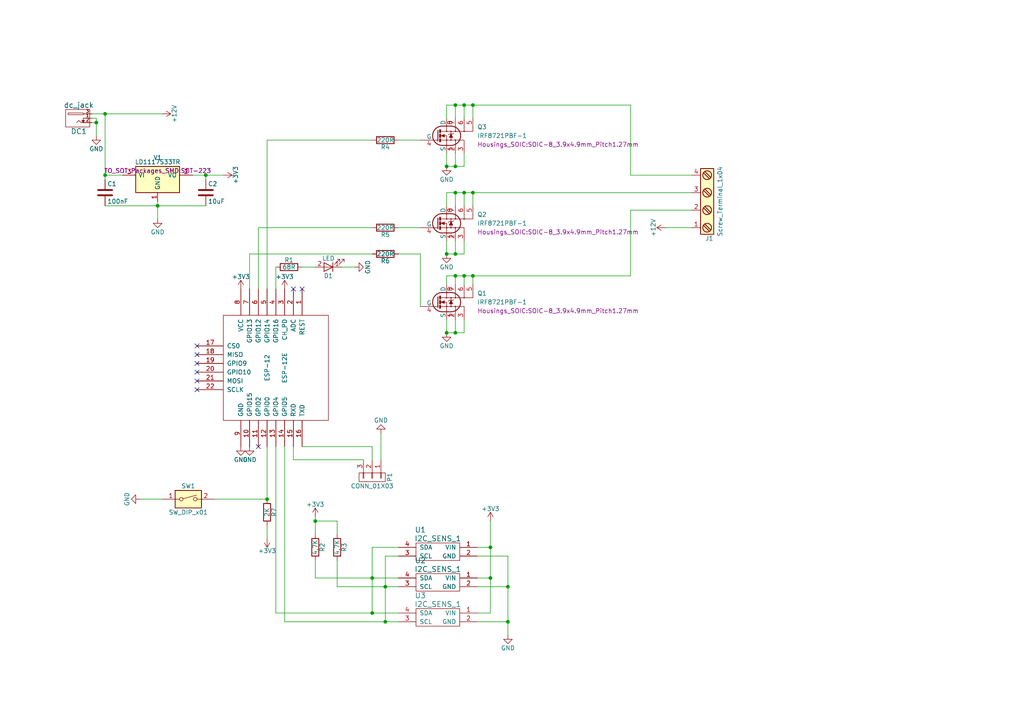
<source format=kicad_sch>
(kicad_sch (version 20211123) (generator eeschema)
  (paper "A4")
  (lib_symbols
    (symbol "ESP8266:ESP-12E" (pin_names (offset 1.016))
      (property "Reference" "U" (at 0 -2.54 0))
      (property "Value" "ESP-12E" (at 0 2.54 0))
      (symbol "ESP-12E_1_0"
        (rectangle (start -15.24 -15.24) (end 15.24 15.24))
      )
      (symbol "ESP-12E_1_1"
        (pin input line (at -22.86 7.62 0) (length 7.62) (name "REST") (number "1"))
        (pin bidirectional line (at 22.86 -7.62 180) (length 7.62) (name "GPIO15") (number "10"))
        (pin bidirectional line (at 22.86 -5.08 180) (length 7.62) (name "GPIO2") (number "11"))
        (pin bidirectional line (at 22.86 -2.54 180) (length 7.62) (name "GPIO0") (number "12"))
        (pin bidirectional line (at 22.86 0 180) (length 7.62) (name "GPIO4") (number "13"))
        (pin bidirectional line (at 22.86 2.54 180) (length 7.62) (name "GPIO5") (number "14"))
        (pin input line (at 22.86 5.08 180) (length 7.62) (name "RXD") (number "15"))
        (pin output line (at 22.86 7.62 180) (length 7.62) (name "TXD") (number "16"))
        (pin bidirectional line (at -6.35 -22.86 90) (length 7.62) (name "CS0") (number "17"))
        (pin bidirectional line (at -3.81 -22.86 90) (length 7.62) (name "MISO") (number "18"))
        (pin bidirectional line (at -1.27 -22.86 90) (length 7.62) (name "GPIO9") (number "19"))
        (pin passive line (at -22.86 5.08 0) (length 7.62) (name "ADC") (number "2"))
        (pin bidirectional line (at 1.27 -22.86 90) (length 7.62) (name "GPIO10") (number "20"))
        (pin bidirectional line (at 3.81 -22.86 90) (length 7.62) (name "MOSI") (number "21"))
        (pin bidirectional line (at 6.35 -22.86 90) (length 7.62) (name "SCLK") (number "22"))
        (pin input line (at -22.86 2.54 0) (length 7.62) (name "CH_PD") (number "3"))
        (pin bidirectional line (at -22.86 0 0) (length 7.62) (name "GPIO16") (number "4"))
        (pin bidirectional line (at -22.86 -2.54 0) (length 7.62) (name "GPIO14") (number "5"))
        (pin bidirectional line (at -22.86 -5.08 0) (length 7.62) (name "GPIO12") (number "6"))
        (pin bidirectional line (at -22.86 -7.62 0) (length 7.62) (name "GPIO13") (number "7"))
        (pin power_in line (at -22.86 -10.16 0) (length 7.62) (name "VCC") (number "8"))
        (pin power_in line (at 22.86 -10.16 180) (length 7.62) (name "GND") (number "9"))
      )
    )
    (symbol "anavi-light-controller-rescue:+12V" (power) (pin_names (offset 0))
      (property "Value" "+12V" (at 0 3.556 0))
      (symbol "+12V_0_1"
        (polyline (pts (xy -0.762 1.27) (xy 0 2.54)))
        (polyline (pts (xy 0 0) (xy 0 2.54)))
        (polyline (pts (xy 0 2.54) (xy 0.762 1.27)))
      )
      (symbol "+12V_1_1"
        (pin power_in line (at 0 0 90) (length 0) hide (name "+12V") (number "1"))
      )
    )
    (symbol "anavi-light-controller-rescue:+3.3V" (power) (pin_names (offset 0))
      (property "Value" "+3.3V" (at 0 3.556 0))
      (symbol "+3.3V_0_1"
        (polyline (pts (xy -0.762 1.27) (xy 0 2.54)))
        (polyline (pts (xy 0 0) (xy 0 2.54)))
        (polyline (pts (xy 0 2.54) (xy 0.762 1.27)))
      )
      (symbol "+3.3V_1_1"
        (pin power_in line (at 0 0 90) (length 0) hide (name "+3V3") (number "1"))
      )
    )
    (symbol "anavi-light-controller-rescue:C" (pin_numbers hide) (pin_names (offset 0.254))
      (property "Reference" "C" (at 0.635 2.54 0))
      (property "Value" "C" (at 0.635 -2.54 0))
      (symbol "C_0_1"
        (polyline (pts (xy -2.032 -0.762) (xy 2.032 -0.762)) (stroke (width 0.508)))
        (polyline (pts (xy -2.032 0.762) (xy 2.032 0.762)) (stroke (width 0.508)))
      )
      (symbol "C_1_1"
        (pin passive line (at 0 3.81 270) (length 2.794) (name "~") (number "1"))
        (pin passive line (at 0 -3.81 90) (length 2.794) (name "~") (number "2"))
      )
    )
    (symbol "anavi-light-controller-rescue:CONN_01X03" (pin_names (offset 1.016) hide)
      (property "Reference" "J" (at 0 5.08 0))
      (property "Value" "CONN_01X03" (at 2.54 0 90))
      (symbol "CONN_01X03_0_1"
        (rectangle (start -1.27 -2.413) (end 0.254 -2.667))
        (rectangle (start -1.27 0.127) (end 0.254 -0.127))
        (rectangle (start -1.27 2.667) (end 0.254 2.413))
        (rectangle (start -1.27 3.81) (end 1.27 -3.81))
      )
      (symbol "CONN_01X03_1_1"
        (pin passive line (at -5.08 2.54 0) (length 3.81) (name "P1") (number "1"))
        (pin passive line (at -5.08 0 0) (length 3.81) (name "P2") (number "2"))
        (pin passive line (at -5.08 -2.54 0) (length 3.81) (name "P3") (number "3"))
      )
    )
    (symbol "anavi-light-controller-rescue:GND" (power) (pin_names (offset 0))
      (property "Value" "GND" (at 0 -3.81 0))
      (symbol "GND_0_1"
        (polyline (pts (xy 0 0) (xy 0 -1.27) (xy 1.27 -1.27) (xy 0 -2.54) (xy -1.27 -1.27) (xy 0 -1.27)))
      )
      (symbol "GND_1_1"
        (pin power_in line (at 0 0 270) (length 0) hide (name "GND") (number "1"))
      )
    )
    (symbol "anavi-light-controller-rescue:IRF8721PBF-1" (pin_names (offset 0))
      (property "Reference" "Q" (at 8.89 2.54 0))
      (property "Value" "IRF8721PBF-1" (at 8.89 0 0))
      (symbol "IRF8721PBF-1_0_1"
        (arc (start -1.27 2.794) (mid -4.064 0) (end -1.27 -2.794) (stroke (width 0.254)))
        (circle (center 0 -1.27) (radius 0.127))
        (polyline (pts (xy -1.905 -1.016) (xy -1.905 -1.651)) (stroke (width 0.508)))
        (polyline (pts (xy -1.905 0.381) (xy -1.905 -0.381)) (stroke (width 0.508)))
        (polyline (pts (xy -1.905 1.651) (xy -1.905 1.016)) (stroke (width 0.508)))
        (polyline (pts (xy -1.27 -2.794) (xy 1.27 -2.794)) (stroke (width 0.254)))
        (polyline (pts (xy -1.27 2.794) (xy 1.27 2.794)) (stroke (width 0.254)))
        (polyline (pts (xy 0 -2.54) (xy 0 -1.27)))
        (polyline (pts (xy 1.27 1.27) (xy 1.27 -1.27)))
        (polyline (pts (xy 2.54 -2.54) (xy 2.54 -1.27)))
        (polyline (pts (xy 2.54 1.27) (xy 2.54 2.54)))
        (polyline (pts (xy 5.08 1.27) (xy 5.08 2.54)))
        (polyline (pts (xy -2.54 1.524) (xy -2.54 -1.524) (xy -2.54 -1.524)) (stroke (width 0.254)))
        (polyline (pts (xy -1.905 -1.27) (xy 5.08 -1.27) (xy 5.08 -2.54)))
        (polyline (pts (xy -1.27 0) (xy 0 0) (xy 0 -1.27)))
        (polyline (pts (xy 0 1.27) (xy 7.62 1.27) (xy 7.62 2.54)))
        (polyline (pts (xy -1.778 1.27) (xy 0 1.27) (xy 0 2.54) (xy 0 2.54)))
        (polyline (pts (xy 0.508 0.254) (xy 0.762 0.508) (xy 1.778 0.508) (xy 2.032 0.762)))
        (circle (center 0 1.27) (radius 0.127))
        (arc (start 1.27 -2.794) (mid 4.064 0) (end 1.27 2.794) (stroke (width 0.254)))
        (circle (center 1.27 -1.27) (radius 0.127))
        (circle (center 1.27 1.27) (radius 0.127))
        (circle (center 2.54 -1.27) (radius 0.127))
        (circle (center 2.54 1.27) (radius 0.127))
        (circle (center 5.08 1.27) (radius 0.127))
      )
      (symbol "IRF8721PBF-1_1_1"
        (polyline (pts (xy 1.27 0.508) (xy 0.762 -0.508) (xy 1.778 -0.508) (xy 1.27 0.508)) (fill (type outline)))
        (polyline (pts (xy -1.651 0) (xy -0.635 0.381) (xy -0.635 -0.381) (xy -1.651 0) (xy -1.524 0) (xy -1.524 0)) (fill (type outline)))
        (pin passive line (at 0 -5.08 90) (length 2.54) (name "S") (number "1"))
        (pin passive line (at 2.54 -5.08 90) (length 2.54) (name "~") (number "2"))
        (pin passive line (at 5.08 -5.08 90) (length 2.54) (name "~") (number "3"))
        (pin input line (at -7.62 -1.27 0) (length 5.08) (name "G") (number "4"))
        (pin passive line (at 7.62 5.08 270) (length 2.54) (name "~") (number "5"))
        (pin passive line (at 5.08 5.08 270) (length 2.54) (name "~") (number "6"))
        (pin passive line (at 2.54 5.08 270) (length 2.54) (name "~") (number "7"))
        (pin passive line (at 0 5.08 270) (length 2.54) (name "D") (number "8"))
      )
    )
    (symbol "anavi-light-controller-rescue:LD1117S33TR" (pin_names (offset 0.762))
      (property "Reference" "U" (at 0 6.35 0))
      (property "Value" "LD1117S33TR" (at 0 5.08 0))
      (symbol "LD1117S33TR_0_1"
        (rectangle (start -6.35 -3.81) (end 6.35 3.81) (stroke (width 0.254)) (fill (type background)))
      )
      (symbol "LD1117S33TR_1_1"
        (pin power_in line (at 0 -6.35 90) (length 2.54) (name "GND") (number "1"))
        (pin power_out line (at 10.16 1.27 180) (length 3.81) (name "VO") (number "2"))
        (pin power_in line (at -10.16 1.27 0) (length 3.81) (name "VI") (number "3"))
      )
    )
    (symbol "anavi-light-controller-rescue:LED" (pin_names (offset 1.016) hide)
      (property "Reference" "D" (at 0 2.54 0))
      (property "Value" "LED" (at 0 -2.54 0))
      (symbol "LED_0_1"
        (polyline (pts (xy -1.27 -1.27) (xy -1.27 1.27)) (stroke (width 0.2032)))
        (polyline (pts (xy -1.27 0) (xy 1.27 0)))
        (polyline (pts (xy 1.27 -1.27) (xy 1.27 1.27) (xy -1.27 0) (xy 1.27 -1.27)) (stroke (width 0.2032)))
        (polyline (pts (xy -3.048 -0.762) (xy -4.572 -2.286) (xy -3.81 -2.286) (xy -4.572 -2.286) (xy -4.572 -1.524)))
        (polyline (pts (xy -1.778 -0.762) (xy -3.302 -2.286) (xy -2.54 -2.286) (xy -3.302 -2.286) (xy -3.302 -1.524)))
      )
      (symbol "LED_1_1"
        (pin passive line (at -3.81 0 0) (length 2.54) (name "K") (number "1"))
        (pin passive line (at 3.81 0 180) (length 2.54) (name "A") (number "2"))
      )
    )
    (symbol "anavi-light-controller-rescue:R" (pin_numbers hide) (pin_names (offset 0))
      (property "Reference" "R" (at 2.032 0 90))
      (property "Value" "R" (at 0 0 90))
      (symbol "R_0_1"
        (rectangle (start -1.016 -2.54) (end 1.016 2.54) (stroke (width 0.254)))
      )
      (symbol "R_1_1"
        (pin passive line (at 0 3.81 270) (length 1.27) (name "~") (number "1"))
        (pin passive line (at 0 -3.81 90) (length 1.27) (name "~") (number "2"))
      )
    )
    (symbol "anavi-light-controller-rescue:SW_DIP_x01" (pin_names (offset 0) hide)
      (property "Reference" "SW" (at 0 3.81 0))
      (property "Value" "SW_DIP_x01" (at 0 -3.81 0))
      (symbol "SW_DIP_x01_0_0"
        (circle (center -2.032 0) (radius 0.508))
        (polyline (pts (xy -1.524 0.127) (xy 2.3622 1.1684)))
        (circle (center 2.032 0) (radius 0.508))
      )
      (symbol "SW_DIP_x01_0_1"
        (rectangle (start -3.81 2.54) (end 3.81 -2.54) (stroke (width 0.254)) (fill (type background)))
      )
      (symbol "SW_DIP_x01_1_1"
        (pin input line (at -7.62 0 0) (length 5.08) (name "~") (number "1"))
        (pin input line (at 7.62 0 180) (length 5.08) (name "~") (number "2"))
      )
    )
    (symbol "anavi-light-controller-rescue:Screw_Terminal_1x04" (pin_names (offset 0.762) hide)
      (property "Reference" "J" (at 0 11.43 0))
      (property "Value" "Screw_Terminal_1x04" (at -3.81 0 90))
      (symbol "Screw_Terminal_1x04_0_1"
        (rectangle (start -1.27 -9.525) (end 2.54 9.525) (stroke (width 0.254)) (fill (type background)))
        (polyline (pts (xy -0.381 -6.985) (xy 1.27 -8.636)) (stroke (width 0.254)))
        (polyline (pts (xy -0.381 3.175) (xy 1.27 1.524)) (stroke (width 0.254)))
        (polyline (pts (xy 0 -1.524) (xy 1.651 -3.175)) (stroke (width 0.254)))
        (polyline (pts (xy 0 8.636) (xy 1.651 6.985)) (stroke (width 0.254)))
        (polyline (pts (xy 1.27 -3.556) (xy -0.381 -1.905)) (stroke (width 0.254)))
        (polyline (pts (xy 1.27 6.604) (xy -0.381 8.255)) (stroke (width 0.254)))
        (polyline (pts (xy 1.651 -8.255) (xy 0 -6.604)) (stroke (width 0.254)))
        (polyline (pts (xy 1.651 1.905) (xy 0 3.556)) (stroke (width 0.254)))
        (circle (center 0.635 -7.62) (radius 1.27) (stroke (width 0.254)))
        (circle (center 0.635 -2.54) (radius 1.27) (stroke (width 0.254)))
        (circle (center 0.635 2.54) (radius 1.27) (stroke (width 0.254)))
        (circle (center 0.635 7.62) (radius 1.27) (stroke (width 0.254)))
      )
      (symbol "Screw_Terminal_1x04_1_1"
        (pin passive line (at 5.08 7.62 180) (length 2.54) (name "~") (number "1"))
        (pin passive line (at 5.08 2.54 180) (length 2.54) (name "~") (number "2"))
        (pin passive line (at 5.08 -2.54 180) (length 2.54) (name "~") (number "3"))
        (pin passive line (at 5.08 -7.62 180) (length 2.54) (name "~") (number "4"))
      )
    )
    (symbol "mylibrary:I2C_SENS_1" (pin_names (offset 1.016))
      (property "Reference" "U" (at 1.27 2.54 0))
      (property "Value" "I2C_SENS_1" (at 6.35 0 0))
      (symbol "I2C_SENS_1_0_1"
        (rectangle (start 0 -1.27) (end 12.7 -6.35))
      )
      (symbol "I2C_SENS_1_1_1"
        (pin input line (at 17.78 -2.54 180) (length 5.08) (name "VIN") (number "1"))
        (pin input line (at 17.78 -5.08 180) (length 5.08) (name "GND") (number "2"))
        (pin input line (at -5.08 -5.08 0) (length 5.08) (name "SCL") (number "3"))
        (pin input line (at -5.08 -2.54 0) (length 5.08) (name "SDA") (number "4"))
      )
    )
    (symbol "w_connectors:dc_jack" (pin_names (offset 0) hide)
      (property "Reference" "J" (at 0 3.81 0))
      (property "Value" "dc_jack" (at 0 -3.81 0))
      (symbol "dc_jack_0_1"
        (rectangle (start -3.175 2.54) (end 3.81 -2.54))
        (polyline (pts (xy -1.27 0) (xy -1.27 0.635)))
        (polyline (pts (xy -1.27 1.27) (xy -1.651 0.635) (xy -0.889 0.635) (xy -1.27 1.27)) (fill (type outline)))
        (polyline (pts (xy -1.27 1.27) (xy -0.635 1.27) (xy 0 0.635) (xy 0.635 1.27)))
        (polyline (pts (xy 2.921 -1.016) (xy -1.27 -1.016) (xy -1.27 -1.524) (xy 2.921 -1.524)))
        (arc (start 2.921 -1.524) (mid 3.175 -1.27) (end 2.921 -1.016))
      )
      (symbol "dc_jack_1_1"
        (pin passive line (at -3.81 0 0) (length 2.54) (name "1") (number "1"))
        (pin passive line (at -3.81 1.27 0) (length 2.54) (name "2") (number "2"))
        (pin passive line (at -3.81 -1.27 0) (length 2.54) (name "3") (number "3"))
      )
    )
  )
  (junction (at 132.08 48.26))
  (junction (at 137.16 30.48))
  (junction (at 132.08 30.48))
  (junction (at 132.08 96.52))
  (junction (at 111.76 180.34))
  (junction (at 137.16 80.01))
  (junction (at 134.62 55.88))
  (junction (at 134.62 80.01))
  (junction (at 142.24 158.75))
  (junction (at 132.08 73.66))
  (junction (at 137.16 55.88))
  (junction (at 77.47 144.78))
  (junction (at 30.48 33.02))
  (junction (at 59.69 50.8))
  (junction (at 107.95 177.8))
  (junction (at 142.24 167.64))
  (junction (at 132.08 55.88))
  (junction (at 129.54 48.26))
  (junction (at 132.08 80.01))
  (junction (at 111.76 170.18))
  (junction (at 129.54 96.52))
  (junction (at 147.32 180.34))
  (junction (at 107.95 167.64))
  (junction (at 27.94 35.56))
  (junction (at 45.72 59.69))
  (junction (at 147.32 170.18))
  (junction (at 91.44 151.13))
  (junction (at 129.54 73.66))
  (junction (at 30.48 50.8))
  (junction (at 134.62 30.48))
  (no_connect (at 87.63 83.82))
  (no_connect (at 74.93 129.54))
  (no_connect (at 57.15 102.87))
  (no_connect (at 57.15 107.95))
  (no_connect (at 57.15 110.49))
  (no_connect (at 57.15 105.41))
  (no_connect (at 57.15 113.03))
  (no_connect (at 85.09 83.82))
  (no_connect (at 57.15 100.33))
  (wire (pts (xy 30.48 50.8) (xy 30.48 52.07)))
  (wire (pts (xy 138.43 161.29) (xy 147.32 161.29)))
  (wire (pts (xy 132.08 92.71) (xy 132.08 96.52)))
  (wire (pts (xy 129.54 73.66) (xy 129.54 69.85)))
  (wire (pts (xy 132.08 48.26) (xy 134.62 48.26)))
  (wire (pts (xy 97.79 170.18) (xy 111.76 170.18)))
  (wire (pts (xy 132.08 44.45) (xy 132.08 48.26)))
  (wire (pts (xy 115.57 73.66) (xy 121.92 73.66)))
  (wire (pts (xy 134.62 59.69) (xy 134.62 55.88)))
  (wire (pts (xy 30.48 33.02) (xy 46.99 33.02)))
  (wire (pts (xy 134.62 73.66) (xy 134.62 69.85)))
  (wire (pts (xy 182.88 80.01) (xy 182.88 60.96)))
  (wire (pts (xy 59.69 52.07) (xy 59.69 50.8)))
  (wire (pts (xy 132.08 82.55) (xy 132.08 80.01)))
  (wire (pts (xy 111.76 180.34) (xy 115.57 180.34)))
  (wire (pts (xy 132.08 34.29) (xy 132.08 30.48)))
  (wire (pts (xy 74.93 66.04) (xy 107.95 66.04)))
  (wire (pts (xy 147.32 180.34) (xy 138.43 180.34)))
  (wire (pts (xy 26.67 34.29) (xy 27.94 34.29)))
  (wire (pts (xy 40.64 144.78) (xy 46.99 144.78)))
  (wire (pts (xy 129.54 82.55) (xy 129.54 80.01)))
  (wire (pts (xy 138.43 170.18) (xy 147.32 170.18)))
  (wire (pts (xy 82.55 180.34) (xy 111.76 180.34)))
  (wire (pts (xy 111.76 161.29) (xy 115.57 161.29)))
  (wire (pts (xy 30.48 33.02) (xy 30.48 50.8)))
  (wire (pts (xy 142.24 158.75) (xy 142.24 167.64)))
  (wire (pts (xy 129.54 55.88) (xy 129.54 59.69)))
  (wire (pts (xy 137.16 59.69) (xy 137.16 55.88)))
  (wire (pts (xy 137.16 30.48) (xy 182.88 30.48)))
  (wire (pts (xy 91.44 167.64) (xy 107.95 167.64)))
  (wire (pts (xy 129.54 48.26) (xy 129.54 44.45)))
  (wire (pts (xy 85.09 133.35) (xy 105.41 133.35)))
  (wire (pts (xy 107.95 158.75) (xy 115.57 158.75)))
  (wire (pts (xy 59.69 50.8) (xy 64.77 50.8)))
  (wire (pts (xy 142.24 167.64) (xy 142.24 177.8)))
  (wire (pts (xy 97.79 151.13) (xy 97.79 154.94)))
  (wire (pts (xy 137.16 55.88) (xy 200.66 55.88)))
  (wire (pts (xy 132.08 96.52) (xy 134.62 96.52)))
  (wire (pts (xy 147.32 180.34) (xy 147.32 184.15)))
  (wire (pts (xy 27.94 34.29) (xy 27.94 35.56)))
  (wire (pts (xy 132.08 55.88) (xy 134.62 55.88)))
  (wire (pts (xy 27.94 35.56) (xy 27.94 39.37)))
  (wire (pts (xy 62.23 144.78) (xy 77.47 144.78)))
  (wire (pts (xy 82.55 129.54) (xy 82.55 180.34)))
  (wire (pts (xy 91.44 151.13) (xy 97.79 151.13)))
  (wire (pts (xy 77.47 152.4) (xy 77.47 156.21)))
  (wire (pts (xy 121.92 73.66) (xy 121.92 88.9)))
  (wire (pts (xy 182.88 60.96) (xy 200.66 60.96)))
  (wire (pts (xy 134.62 55.88) (xy 137.16 55.88)))
  (wire (pts (xy 91.44 151.13) (xy 91.44 154.94)))
  (wire (pts (xy 147.32 170.18) (xy 147.32 180.34)))
  (wire (pts (xy 134.62 34.29) (xy 134.62 30.48)))
  (wire (pts (xy 45.72 59.69) (xy 59.69 59.69)))
  (wire (pts (xy 107.95 167.64) (xy 115.57 167.64)))
  (wire (pts (xy 72.39 73.66) (xy 107.95 73.66)))
  (wire (pts (xy 80.01 83.82) (xy 80.01 77.47)))
  (wire (pts (xy 115.57 40.64) (xy 121.92 40.64)))
  (wire (pts (xy 30.48 59.69) (xy 45.72 59.69)))
  (wire (pts (xy 91.44 167.64) (xy 91.44 162.56)))
  (wire (pts (xy 80.01 177.8) (xy 107.95 177.8)))
  (wire (pts (xy 77.47 40.64) (xy 107.95 40.64)))
  (wire (pts (xy 35.56 50.8) (xy 30.48 50.8)))
  (wire (pts (xy 129.54 92.71) (xy 129.54 96.52)))
  (wire (pts (xy 134.62 80.01) (xy 137.16 80.01)))
  (wire (pts (xy 142.24 167.64) (xy 138.43 167.64)))
  (wire (pts (xy 97.79 162.56) (xy 97.79 170.18)))
  (wire (pts (xy 142.24 151.13) (xy 142.24 158.75)))
  (wire (pts (xy 26.67 35.56) (xy 27.94 35.56)))
  (wire (pts (xy 129.54 80.01) (xy 132.08 80.01)))
  (wire (pts (xy 111.76 170.18) (xy 111.76 180.34)))
  (wire (pts (xy 26.67 33.02) (xy 30.48 33.02)))
  (wire (pts (xy 182.88 30.48) (xy 182.88 50.8)))
  (wire (pts (xy 129.54 73.66) (xy 132.08 73.66)))
  (wire (pts (xy 129.54 34.29) (xy 129.54 30.48)))
  (wire (pts (xy 142.24 158.75) (xy 138.43 158.75)))
  (wire (pts (xy 77.47 83.82) (xy 77.47 40.64)))
  (wire (pts (xy 107.95 158.75) (xy 107.95 167.64)))
  (wire (pts (xy 132.08 59.69) (xy 132.08 55.88)))
  (wire (pts (xy 132.08 30.48) (xy 134.62 30.48)))
  (wire (pts (xy 137.16 80.01) (xy 182.88 80.01)))
  (wire (pts (xy 132.08 73.66) (xy 134.62 73.66)))
  (wire (pts (xy 87.63 129.54) (xy 107.95 129.54)))
  (wire (pts (xy 129.54 55.88) (xy 132.08 55.88)))
  (wire (pts (xy 55.88 50.8) (xy 59.69 50.8)))
  (wire (pts (xy 110.49 133.35) (xy 110.49 125.73)))
  (wire (pts (xy 107.95 177.8) (xy 115.57 177.8)))
  (wire (pts (xy 142.24 177.8) (xy 138.43 177.8)))
  (wire (pts (xy 193.04 66.04) (xy 200.66 66.04)))
  (wire (pts (xy 134.62 48.26) (xy 134.62 44.45)))
  (wire (pts (xy 107.95 167.64) (xy 107.95 177.8)))
  (wire (pts (xy 137.16 82.55) (xy 137.16 80.01)))
  (wire (pts (xy 129.54 48.26) (xy 132.08 48.26)))
  (wire (pts (xy 99.06 77.47) (xy 102.87 77.47)))
  (wire (pts (xy 85.09 129.54) (xy 85.09 133.35)))
  (wire (pts (xy 182.88 50.8) (xy 200.66 50.8)))
  (wire (pts (xy 129.54 96.52) (xy 132.08 96.52)))
  (wire (pts (xy 91.44 149.86) (xy 91.44 151.13)))
  (wire (pts (xy 132.08 80.01) (xy 134.62 80.01)))
  (wire (pts (xy 80.01 129.54) (xy 80.01 177.8)))
  (wire (pts (xy 111.76 170.18) (xy 115.57 170.18)))
  (wire (pts (xy 115.57 66.04) (xy 121.92 66.04)))
  (wire (pts (xy 111.76 161.29) (xy 111.76 170.18)))
  (wire (pts (xy 107.95 129.54) (xy 107.95 133.35)))
  (wire (pts (xy 74.93 83.82) (xy 74.93 66.04)))
  (wire (pts (xy 72.39 83.82) (xy 72.39 73.66)))
  (wire (pts (xy 134.62 30.48) (xy 137.16 30.48)))
  (wire (pts (xy 77.47 144.78) (xy 77.47 129.54)))
  (wire (pts (xy 134.62 96.52) (xy 134.62 92.71)))
  (wire (pts (xy 45.72 58.42) (xy 45.72 59.69)))
  (wire (pts (xy 147.32 161.29) (xy 147.32 170.18)))
  (wire (pts (xy 132.08 69.85) (xy 132.08 73.66)))
  (wire (pts (xy 45.72 59.69) (xy 45.72 63.5)))
  (wire (pts (xy 87.63 77.47) (xy 91.44 77.47)))
  (wire (pts (xy 134.62 82.55) (xy 134.62 80.01)))
  (wire (pts (xy 137.16 34.29) (xy 137.16 30.48)))
  (wire (pts (xy 129.54 30.48) (xy 132.08 30.48)))
  (symbol (lib_id "ESP8266:ESP-12E") (at 80.01 106.68 270) (unit 1)
    (property "Reference" "ESP-12" (at 77.47 106.68 0))
    (property "Value" "ESP-12E" (at 82.55 106.68 0))
    (property "Footprint" "ESP8266:ESP-12E_SMD" (effects hide))
  )
  (symbol (lib_id "anavi-light-controller-rescue:Screw_Terminal_1x04") (at 205.74 58.42 180) (unit 1)
    (property "Reference" "J1" (at 205.74 69.85 0) (effects (justify top)))
    (property "Value" "Screw_Terminal_1x04" (at 209.55 58.42 90) (effects (justify top)))
    (property "Footprint" "Terminal_Blocks:TerminalBlock_Pheonix_MKDS1.5-4pol" (effects hide))
  )
  (symbol (lib_id "anavi-light-controller-rescue:CONN_01X03") (at 107.95 138.43 270) (unit 1)
    (property "Reference" "P1" (at 113.03 138.43 0))
    (property "Value" "CONN_01X03" (at 107.95 140.97 90))
    (property "Footprint" "Pin_Headers:Pin_Header_Straight_1x03" (effects hide))
  )
  (symbol (lib_id "anavi-light-controller-rescue:LED") (at 95.25 77.47 180) (unit 1)
    (property "Reference" "D1" (at 95.25 80.01 0))
    (property "Value" "LED" (at 95.25 74.93 0))
    (property "Footprint" "LEDs:LED_1206" (effects hide))
  )
  (symbol (lib_id "mylibrary:I2C_SENS_1") (at 120.65 156.21 0) (unit 1)
    (property "Reference" "U1" (at 121.92 153.67 0) (effects (font (size 1.524 1.524))))
    (property "Value" "I2C_SENS_1" (at 127 156.21 0) (effects (font (size 1.524 1.524))))
    (property "Footprint" "Pin_Headers:Pin_Header_Straight_1x04" (effects hide))
  )
  (symbol (lib_id "mylibrary:I2C_SENS_1") (at 120.65 165.1 0) (unit 1)
    (property "Reference" "U2" (at 121.92 162.56 0) (effects (font (size 1.524 1.524))))
    (property "Value" "I2C_SENS_1" (at 127 165.1 0) (effects (font (size 1.524 1.524))))
    (property "Footprint" "Pin_Headers:Pin_Header_Straight_1x04" (effects hide))
  )
  (symbol (lib_id "mylibrary:I2C_SENS_1") (at 120.65 175.26 0) (unit 1)
    (property "Reference" "U3" (at 121.92 172.72 0) (effects (font (size 1.524 1.524))))
    (property "Value" "I2C_SENS_1" (at 127 175.26 0) (effects (font (size 1.524 1.524))))
    (property "Footprint" "Pin_Headers:Pin_Header_Straight_1x04" (effects hide))
  )
  (symbol (lib_id "anavi-light-controller-rescue:GND") (at 147.32 184.15 0) (unit 1)
    (property "Reference" "#PWR01" (effects hide))
    (property "Value" "GND" (at 147.32 187.96 0))
  )
  (symbol (lib_id "anavi-light-controller-rescue:+3.3V") (at 142.24 151.13 0) (unit 1)
    (property "Reference" "#PWR02" (effects hide))
    (property "Value" "+3.3V" (at 142.24 147.574 0))
  )
  (symbol (lib_id "anavi-light-controller-rescue:R") (at 91.44 158.75 0) (unit 1)
    (property "Reference" "R2" (at 93.472 158.75 90))
    (property "Value" "4,7K" (at 91.44 158.75 90))
    (property "Footprint" "Resistors_SMD:R_0603_HandSoldering" (effects hide))
  )
  (symbol (lib_id "anavi-light-controller-rescue:R") (at 97.79 158.75 0) (unit 1)
    (property "Reference" "R3" (at 99.822 158.75 90))
    (property "Value" "4,7K" (at 97.79 158.75 90))
    (property "Footprint" "Resistors_SMD:R_0603_HandSoldering" (effects hide))
  )
  (symbol (lib_id "anavi-light-controller-rescue:R") (at 83.82 77.47 90) (unit 1)
    (property "Reference" "R1" (at 83.82 75.438 90))
    (property "Value" "68R" (at 83.82 77.47 90))
    (property "Footprint" "Resistors_SMD:R_0603_HandSoldering" (effects hide))
  )
  (symbol (lib_id "anavi-light-controller-rescue:IRF8721PBF-1") (at 129.54 39.37 0) (unit 1)
    (property "Reference" "Q3" (at 138.43 36.83 0) (effects (justify left)))
    (property "Value" "IRF8721PBF-1" (at 138.43 39.37 0) (effects (justify left)))
    (property "Footprint" "Housings_SOIC:SOIC-8_3.9x4.9mm_Pitch1.27mm" (at 138.43 41.91 0) (effects (justify left)))
  )
  (symbol (lib_id "anavi-light-controller-rescue:IRF8721PBF-1") (at 129.54 64.77 0) (unit 1)
    (property "Reference" "Q2" (at 138.43 62.23 0) (effects (justify left)))
    (property "Value" "IRF8721PBF-1" (at 138.43 64.77 0) (effects (justify left)))
    (property "Footprint" "Housings_SOIC:SOIC-8_3.9x4.9mm_Pitch1.27mm" (at 138.43 67.31 0) (effects (justify left)))
  )
  (symbol (lib_id "anavi-light-controller-rescue:IRF8721PBF-1") (at 129.54 87.63 0) (unit 1)
    (property "Reference" "Q1" (at 138.43 85.09 0) (effects (justify left)))
    (property "Value" "IRF8721PBF-1" (at 138.43 87.63 0) (effects (justify left)))
    (property "Footprint" "Housings_SOIC:SOIC-8_3.9x4.9mm_Pitch1.27mm" (at 138.43 90.17 0) (effects (justify left)))
  )
  (symbol (lib_id "w_connectors:dc_jack") (at 22.86 34.29 180) (unit 1)
    (property "Reference" "DC1" (at 22.86 38.1 0) (effects (font (size 1.524 1.524))))
    (property "Value" "dc_jack" (at 22.86 30.48 0) (effects (font (size 1.524 1.524))))
    (property "Footprint" "w_conn_misc:dc_socket" (effects hide))
  )
  (symbol (lib_id "anavi-light-controller-rescue:+3.3V") (at 69.85 83.82 0) (unit 1)
    (property "Reference" "#PWR03" (effects hide))
    (property "Value" "+3.3V" (at 69.85 80.264 0))
  )
  (symbol (lib_id "anavi-light-controller-rescue:+3.3V") (at 91.44 149.86 0) (unit 1)
    (property "Reference" "#PWR04" (effects hide))
    (property "Value" "+3.3V" (at 91.44 146.304 0))
  )
  (symbol (lib_id "anavi-light-controller-rescue:+12V") (at 46.99 33.02 270) (unit 1)
    (property "Reference" "#PWR016" (effects hide))
    (property "Value" "+12V" (at 50.546 33.02 0))
  )
  (symbol (lib_id "anavi-light-controller-rescue:GND") (at 102.87 77.47 90) (unit 1)
    (property "Reference" "#PWR05" (effects hide))
    (property "Value" "GND" (at 106.68 77.47 0))
  )
  (symbol (lib_id "anavi-light-controller-rescue:GND") (at 110.49 125.73 180) (unit 1)
    (property "Reference" "#PWR06" (effects hide))
    (property "Value" "GND" (at 110.49 121.92 0))
  )
  (symbol (lib_id "anavi-light-controller-rescue:+12V") (at 193.04 66.04 90) (unit 1)
    (property "Reference" "#PWR07" (effects hide))
    (property "Value" "+12V" (at 189.484 66.04 0))
  )
  (symbol (lib_id "anavi-light-controller-rescue:GND") (at 129.54 73.66 0) (unit 1)
    (property "Reference" "#PWR08" (effects hide))
    (property "Value" "GND" (at 129.54 77.47 0))
  )
  (symbol (lib_id "anavi-light-controller-rescue:GND") (at 129.54 48.26 0) (unit 1)
    (property "Reference" "#PWR09" (effects hide))
    (property "Value" "GND" (at 129.54 52.07 0))
  )
  (symbol (lib_id "anavi-light-controller-rescue:GND") (at 129.54 96.52 0) (unit 1)
    (property "Reference" "#PWR010" (effects hide))
    (property "Value" "GND" (at 129.54 100.33 0))
  )
  (symbol (lib_id "anavi-light-controller-rescue:GND") (at 69.85 129.54 0) (unit 1)
    (property "Reference" "#PWR011" (effects hide))
    (property "Value" "GND" (at 69.85 133.35 0))
  )
  (symbol (lib_id "anavi-light-controller-rescue:C") (at 30.48 55.88 0) (unit 1)
    (property "Reference" "C1" (at 31.115 53.34 0) (effects (justify left)))
    (property "Value" "100nF" (at 31.115 58.42 0) (effects (justify left)))
    (property "Footprint" "Capacitors_SMD:C_0603_HandSoldering" (effects hide))
  )
  (symbol (lib_id "anavi-light-controller-rescue:C") (at 59.69 55.88 0) (unit 1)
    (property "Reference" "C2" (at 60.325 53.34 0) (effects (justify left)))
    (property "Value" "10uF" (at 60.325 58.42 0) (effects (justify left)))
    (property "Footprint" "Capacitors_SMD:C_0805_HandSoldering" (effects hide))
  )
  (symbol (lib_id "anavi-light-controller-rescue:+3.3V") (at 64.77 50.8 270) (unit 1)
    (property "Reference" "#PWR012" (effects hide))
    (property "Value" "+3.3V" (at 68.326 50.8 0))
  )
  (symbol (lib_id "anavi-light-controller-rescue:GND") (at 45.72 63.5 0) (unit 1)
    (property "Reference" "#PWR013" (effects hide))
    (property "Value" "GND" (at 45.72 67.31 0))
  )
  (symbol (lib_id "anavi-light-controller-rescue:GND") (at 27.94 39.37 0) (unit 1)
    (property "Reference" "#PWR014" (effects hide))
    (property "Value" "GND" (at 27.94 43.18 0))
  )
  (symbol (lib_id "anavi-light-controller-rescue:GND") (at 40.64 144.78 270) (unit 1)
    (property "Reference" "#PWR015" (effects hide))
    (property "Value" "GND" (at 36.83 144.78 0))
  )
  (symbol (lib_id "anavi-light-controller-rescue:SW_DIP_x01") (at 54.61 144.78 0) (unit 1)
    (property "Reference" "SW1" (at 54.61 140.97 0))
    (property "Value" "SW_DIP_x01" (at 54.61 148.59 0))
    (property "Footprint" "Buttons_Switches_ThroughHole:SW_PUSH_6mm_h4.3mm" (effects hide))
  )
  (symbol (lib_id "anavi-light-controller-rescue:R") (at 111.76 40.64 270) (unit 1)
    (property "Reference" "R4" (at 111.76 42.672 90))
    (property "Value" "220R" (at 111.76 40.64 90))
    (property "Footprint" "Resistors_SMD:R_0603_HandSoldering" (effects hide))
  )
  (symbol (lib_id "anavi-light-controller-rescue:R") (at 111.76 66.04 270) (unit 1)
    (property "Reference" "R5" (at 111.76 68.072 90))
    (property "Value" "220R" (at 111.76 66.04 90))
    (property "Footprint" "Resistors_SMD:R_0603_HandSoldering" (effects hide))
  )
  (symbol (lib_id "anavi-light-controller-rescue:R") (at 111.76 73.66 270) (unit 1)
    (property "Reference" "R6" (at 111.76 75.692 90))
    (property "Value" "220R" (at 111.76 73.66 90))
    (property "Footprint" "Resistors_SMD:R_0603_HandSoldering" (effects hide))
  )
  (symbol (lib_id "anavi-light-controller-rescue:LD1117S33TR") (at 45.72 52.07 0) (unit 1)
    (property "Reference" "V1" (at 45.72 45.72 0))
    (property "Value" "LD1117S33TR" (at 45.72 46.99 0))
    (property "Footprint" "TO_SOT_Packages_SMD:SOT-223" (at 45.72 49.53 0))
  )
  (symbol (lib_id "anavi-light-controller-rescue:+3.3V") (at 82.55 83.82 0) (unit 1)
    (property "Reference" "#PWR017" (effects hide))
    (property "Value" "+3.3V" (at 82.55 80.264 0))
  )
  (symbol (lib_id "anavi-light-controller-rescue:GND") (at 72.39 129.54 0) (unit 1)
    (property "Reference" "#PWR018" (effects hide))
    (property "Value" "GND" (at 72.39 133.35 0))
  )
  (symbol (lib_id "anavi-light-controller-rescue:R") (at 77.47 148.59 0) (unit 1)
    (property "Reference" "R7" (at 79.502 148.59 90))
    (property "Value" "2K" (at 77.47 148.59 90))
    (property "Footprint" "Capacitors_SMD:C_0603_HandSoldering" (effects hide))
  )
  (symbol (lib_id "anavi-light-controller-rescue:+3.3V") (at 77.47 156.21 180) (unit 1)
    (property "Reference" "#PWR019" (effects hide))
    (property "Value" "+3.3V" (at 77.47 159.766 0))
  )
)
</source>
